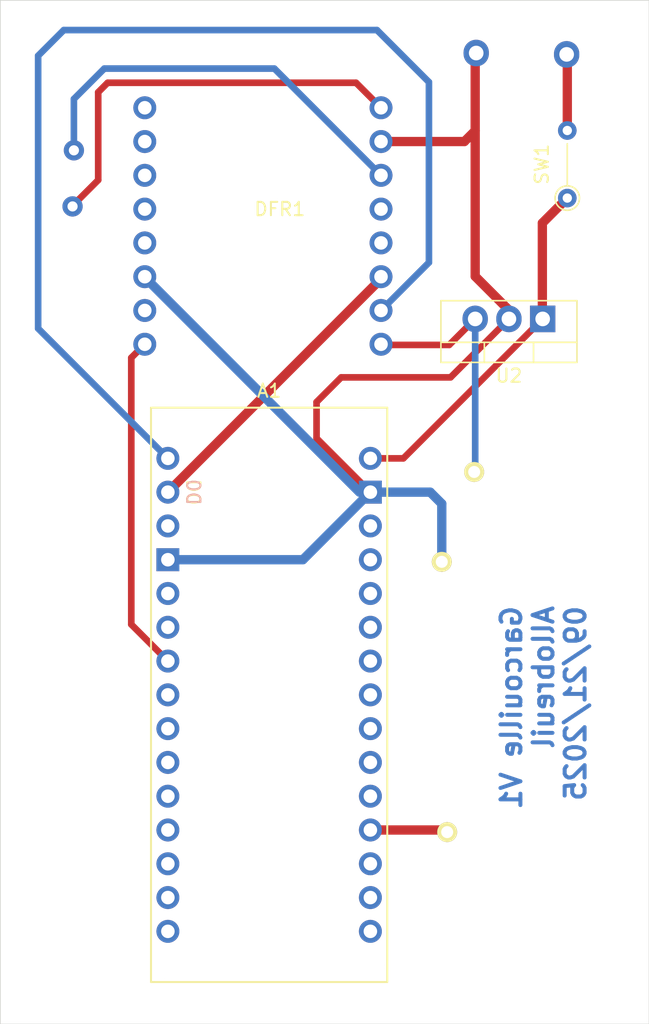
<source format=kicad_pcb>
(kicad_pcb (version 20241229) (generator "pcbnew") (generator_version "9.0")
  (layers (0 "F.Cu" signal) (2 "B.Cu" signal) (13 "F.Paste" user) (15 "B.Paste" user) (5 "F.SilkS" user "F.Silkscreen") (7 "B.SilkS" user "B.Silkscreen") (1 "F.Mask" user) (3 "B.Mask" user) (25 "Edge.Cuts" user))
  (net 0 "")
  (net 2 "Net-(A1-D0{slash}RX)")
  (net 5 "GND")
  (net 8 "Net-(A1-D1{slash}TX)")
  (net 21 "Net-(DFR1-BUSY)")
  (net 28 "unconnected-(DFR1-USB--Pad15)")
  (net 36 "Net-(DFR1-SPK1)")
  (net 38 "Net-(SR1-OUT)")
  (net 39 "+9V")
  (net 40 "Net-(SW1-C)")
  (net 41 "Net-(DFR1-VCC)")
  (net 42 "Net-(DFR1-SPK2)")
  (footprint "Resistor_THT:R_Axial_DIN0204_L3.6mm_D1.6mm_P5.08mm_Vertical" (layer "F.Cu") (at 143 54.49 90)
    (property "Reference" "SW1" (at 2.54 -1.92 90) (layer "F.SilkS"))
    (property "Value" "SW_Nidec_CAS-120A1")
    (fp_line (start 0.92 0) (end 4.08 0) (stroke (width 0.12)) (layer "F.SilkS"))
    (fp_circle (center 0 0) (end 0.92 0) (stroke (width 0.12)) (fill no) (layer "F.SilkS"))
    (pad "1" thru_hole circle (at 0 0 90) (size 1.4 1.4) (drill 0.7) (layers "*.Cu" "*.Mask") (net 40 "Net-(SW1-C)"))
    (pad "2" thru_hole oval (at 5.08 0 90) (size 1.4 1.4) (drill 0.7) (layers "*.Cu" "*.Mask") (net 39 "+9V"))
  )
  (footprint "" (layer "F.Cu") (at 136.144 43.5864)
    (property "Reference" "" (at 0 0 0) (layer "F.SilkS") (effects (font (size 1.27 1.27))))
    (property "Value" "")
    (pad "3" thru_hole oval (at 0 0 180) (size 1.905 2) (drill 1.1) (layers "*.Cu" "*.Mask") (net 5 "GND"))
  )
  (footprint "" (layer "F.Cu") (at 105.7656 55.118)
    (property "Reference" "" (at 0 0 0) (layer "F.SilkS") (effects (font (size 1.27 1.27))))
    (property "Value" "")
    (pad "8" thru_hole circle (at 0 0) (size 1.524 1.524) (drill 0.762) (layers "*.Cu" "*.Mask") (net 42 "Net-(DFR1-SPK2)"))
  )
  (footprint "" (layer "F.Cu") (at 135.9916 75.0824)
    (property "Reference" "" (at 0 0 0) (layer "F.SilkS") (effects (font (size 1.27 1.27))))
    (property "Value" "")
    (pad "3" thru_hole circle (at 0 0 90) (size 1.5 1.5) (drill 0.9) (layers "*.Cu" "*.Mask" "F.SilkS") (net 41 "Net-(DFR1-VCC)"))
  )
  (footprint "Package_TO_SOT_THT:TO-220-3_Vertical" (layer "F.Cu") (at 141.1478 63.5762 180)
    (property "Reference" "U2" (at 2.54 -4.27 0) (layer "F.SilkS"))
    (property "Value" "LM7805_TO220")
    (fp_line (start 7.66 -3.27) (end 7.66 1.371) (stroke (width 0.12)) (layer "F.SilkS"))
    (fp_line (start 4.391 -3.27) (end 4.391 -1.76) (stroke (width 0.12)) (layer "F.SilkS"))
    (fp_line (start 0.69 -3.27) (end 0.69 -1.76) (stroke (width 0.12)) (layer "F.SilkS"))
    (fp_line (start -2.58 1.371) (end 7.66 1.371) (stroke (width 0.12)) (layer "F.SilkS"))
    (fp_line (start -2.58 -1.76) (end 7.66 -1.76) (stroke (width 0.12)) (layer "F.SilkS"))
    (fp_line (start -2.58 -3.27) (end 7.66 -3.27) (stroke (width 0.12)) (layer "F.SilkS"))
    (fp_line (start -2.58 -3.27) (end -2.58 1.371) (stroke (width 0.12)) (layer "F.SilkS"))
    (pad "1" thru_hole rect (at 0 0 180) (size 1.905 2) (drill 1.1) (layers "*.Cu" "*.Mask") (net 40 "Net-(SW1-C)"))
    (pad "2" thru_hole oval (at 2.54 0 180) (size 1.905 2) (drill 1.1) (layers "*.Cu" "*.Mask") (net 5 "GND"))
    (pad "3" thru_hole oval (at 5.08 0 180) (size 1.905 2) (drill 1.1) (layers "*.Cu" "*.Mask") (net 41 "Net-(DFR1-VCC)"))
  )
  (footprint "" (layer "F.Cu") (at 142.9512 43.688)
    (property "Reference" "" (at 0 0 0) (layer "F.SilkS") (effects (font (size 1.27 1.27))))
    (property "Value" "")
    (pad "3" thru_hole oval (at 0 0 180) (size 1.905 2) (drill 1.1) (layers "*.Cu" "*.Mask") (net 39 "+9V"))
  )
  (footprint "PCM_arduino-library:Arduino_Nano_ESP32_Socket" (layer "F.Cu") (at 120.56 113.43)
    (property "Reference" "A1" (at 0 -44.45 0) (layer "F.SilkS"))
    (property "Value" "Arduino_Nano_ESP32_Socket")
    (fp_line (start -8.89 -43.18) (end -8.89 0) (stroke (width 0.15)) (layer "F.SilkS"))
    (fp_line (start -8.89 -43.18) (end 8.89 -43.18) (stroke (width 0.15)) (layer "F.SilkS"))
    (fp_line (start -8.89 0) (end 8.89 0) (stroke (width 0.15)) (layer "F.SilkS"))
    (fp_line (start 8.89 -43.18) (end 8.89 0) (stroke (width 0.15)) (layer "F.SilkS"))
    (fp_text user "D0" (at -5.715 -36.83 270) (layer "F.SilkS"))
    (fp_text user "D0" (at -5.715 -36.83 270) (layer "B.SilkS") (effects (justify mirror)))
    (pad "" np_thru_hole circle (at -7.62 -41.91) (size 1.8 1.8) (drill 1.8) (layers "*.Cu" "*.Mask"))
    (pad "" np_thru_hole circle (at -7.62 -1.27) (size 1.8 1.8) (drill 1.8) (layers "*.Cu" "*.Mask"))
    (pad "" np_thru_hole circle (at 7.62 -41.91) (size 1.8 1.8) (drill 1.8) (layers "*.Cu" "*.Mask"))
    (pad "" np_thru_hole circle (at 7.62 -1.27) (size 1.8 1.8) (drill 1.8) (layers "*.Cu" "*.Mask"))
    (pad "3V3" thru_hole circle (at 7.62 -6.35) (size 1.7272 1.7272) (drill 1.016) (layers "*.Cu" "*.Mask"))
    (pad "5V" thru_hole circle (at 7.62 -31.75) (size 1.7272 1.7272) (drill 1.016) (layers "*.Cu" "*.Mask"))
    (pad "A0" thru_hole circle (at 7.62 -11.43) (size 1.7272 1.7272) (drill 1.016) (layers "*.Cu" "*.Mask") (net 38 "Net-(SR1-OUT)"))
    (pad "A1" thru_hole circle (at 7.62 -13.97) (size 1.7272 1.7272) (drill 1.016) (layers "*.Cu" "*.Mask"))
    (pad "A2" thru_hole circle (at 7.62 -16.51) (size 1.7272 1.7272) (drill 1.016) (layers "*.Cu" "*.Mask"))
    (pad "A3" thru_hole circle (at 7.62 -19.05) (size 1.7272 1.7272) (drill 1.016) (layers "*.Cu" "*.Mask"))
    (pad "A4" thru_hole circle (at 7.62 -21.59) (size 1.7272 1.7272) (drill 1.016) (layers "*.Cu" "*.Mask"))
    (pad "A5" thru_hole circle (at 7.62 -24.13) (size 1.7272 1.7272) (drill 1.016) (layers "*.Cu" "*.Mask"))
    (pad "A6" thru_hole circle (at 7.62 -26.67) (size 1.7272 1.7272) (drill 1.016) (layers "*.Cu" "*.Mask"))
    (pad "A7" thru_hole circle (at 7.62 -29.21) (size 1.7272 1.7272) (drill 1.016) (layers "*.Cu" "*.Mask"))
    (pad "B0" thru_hole circle (at 7.62 -8.89) (size 1.7272 1.7272) (drill 1.016) (layers "*.Cu" "*.Mask"))
    (pad "B1" thru_hole circle (at 7.62 -34.29) (size 1.7272 1.7272) (drill 1.016) (layers "*.Cu" "*.Mask"))
    (pad "D0" thru_hole circle (at -7.62 -36.83) (size 1.7272 1.7272) (drill 1.016) (layers "*.Cu" "*.Mask") (net 2 "Net-(A1-D0{slash}RX)"))
    (pad "D1" thru_hole circle (at -7.62 -39.37) (size 1.7272 1.7272) (drill 1.016) (layers "*.Cu" "*.Mask") (net 8 "Net-(A1-D1{slash}TX)"))
    (pad "D2" thru_hole circle (at -7.62 -29.21) (size 1.7272 1.7272) (drill 1.016) (layers "*.Cu" "*.Mask"))
    (pad "D3" thru_hole circle (at -7.62 -26.67) (size 1.7272 1.7272) (drill 1.016) (layers "*.Cu" "*.Mask"))
    (pad "D4" thru_hole circle (at -7.62 -24.13) (size 1.7272 1.7272) (drill 1.016) (layers "*.Cu" "*.Mask") (net 21 "Net-(DFR1-BUSY)"))
    (pad "D5" thru_hole circle (at -7.62 -21.59) (size 1.7272 1.7272) (drill 1.016) (layers "*.Cu" "*.Mask"))
    (pad "D6" thru_hole circle (at -7.62 -19.05) (size 1.7272 1.7272) (drill 1.016) (layers "*.Cu" "*.Mask"))
    (pad "D7" thru_hole circle (at -7.62 -16.51) (size 1.7272 1.7272) (drill 1.016) (layers "*.Cu" "*.Mask"))
    (pad "D8" thru_hole circle (at -7.62 -13.97) (size 1.7272 1.7272) (drill 1.016) (layers "*.Cu" "*.Mask"))
    (pad "D9" thru_hole circle (at -7.62 -11.43) (size 1.7272 1.7272) (drill 1.016) (layers "*.Cu" "*.Mask"))
    (pad "D10" thru_hole circle (at -7.62 -8.89) (size 1.7272 1.7272) (drill 1.016) (layers "*.Cu" "*.Mask"))
    (pad "D11" thru_hole circle (at -7.62 -6.35) (size 1.7272 1.7272) (drill 1.016) (layers "*.Cu" "*.Mask"))
    (pad "D12" thru_hole circle (at -7.62 -3.81) (size 1.7272 1.7272) (drill 1.016) (layers "*.Cu" "*.Mask"))
    (pad "D13" thru_hole circle (at 7.62 -3.81) (size 1.7272 1.7272) (drill 1.016) (layers "*.Cu" "*.Mask"))
    (pad "GND1" thru_hole rect (at -7.62 -31.75) (size 1.7272 1.7272) (drill 1.016) (layers "*.Cu" "*.Mask") (net 5 "GND"))
    (pad "GND2" thru_hole rect (at 7.62 -36.83) (size 1.7272 1.7272) (drill 1.016) (layers "*.Cu" "*.Mask") (net 5 "GND"))
    (pad "RST" thru_hole circle (at -7.62 -34.29) (size 1.7272 1.7272) (drill 1.016) (layers "*.Cu" "*.Mask"))
    (pad "VIN" thru_hole circle (at 7.62 -39.37) (size 1.7272 1.7272) (drill 1.016) (layers "*.Cu" "*.Mask") (net 40 "Net-(SW1-C)"))
  )
  (footprint "Arduino_Nano:DFPlayer" (layer "F.Cu") (at 121.3612 65.4812 180)
    (property "Reference" "DFR1" (at 0 10.16 0) (layer "F.SilkS"))
    (property "Value" "~")
    (pad "1" thru_hole circle (at -7.62 0 180) (size 1.7272 1.7272) (drill 1.016) (layers "*.Cu" "*.Mask") (net 41 "Net-(DFR1-VCC)"))
    (pad "2" thru_hole circle (at -7.62 2.54 180) (size 1.7272 1.7272) (drill 1.016) (layers "*.Cu" "*.Mask") (net 8 "Net-(A1-D1{slash}TX)"))
    (pad "3" thru_hole circle (at -7.62 5.08 180) (size 1.7272 1.7272) (drill 1.016) (layers "*.Cu" "*.Mask") (net 2 "Net-(A1-D0{slash}RX)"))
    (pad "4" thru_hole circle (at -7.62 7.62 180) (size 1.7272 1.7272) (drill 1.016) (layers "*.Cu" "*.Mask"))
    (pad "5" thru_hole circle (at -7.62 10.16 180) (size 1.7272 1.7272) (drill 1.016) (layers "*.Cu" "*.Mask"))
    (pad "6" thru_hole circle (at -7.62 12.7 180) (size 1.7272 1.7272) (drill 1.016) (layers "*.Cu" "*.Mask") (net 36 "Net-(DFR1-SPK1)"))
    (pad "7" thru_hole circle (at -7.62 15.24 180) (size 1.7272 1.7272) (drill 1.016) (layers "*.Cu" "*.Mask") (net 5 "GND"))
    (pad "8" thru_hole circle (at -7.62 17.78 180) (size 1.7272 1.7272) (drill 1.016) (layers "*.Cu" "*.Mask") (net 42 "Net-(DFR1-SPK2)"))
    (pad "9" thru_hole circle (at 10.16 17.78 180) (size 1.7272 1.7272) (drill 1.016) (layers "*.Cu" "*.Mask"))
    (pad "10" thru_hole circle (at 10.16 15.24 180) (size 1.7272 1.7272) (drill 1.016) (layers "*.Cu" "*.Mask"))
    (pad "11" thru_hole circle (at 10.16 12.7 180) (size 1.7272 1.7272) (drill 1.016) (layers "*.Cu" "*.Mask"))
    (pad "12" thru_hole circle (at 10.16 10.16 180) (size 1.7272 1.7272) (drill 1.016) (layers "*.Cu" "*.Mask"))
    (pad "13" thru_hole circle (at 10.16 7.62 180) (size 1.7272 1.7272) (drill 1.016) (layers "*.Cu" "*.Mask"))
    (pad "14" thru_hole circle (at 10.16 5.08 180) (size 1.7272 1.7272) (drill 1.016) (layers "*.Cu" "*.Mask"))
    (pad "15" thru_hole circle (at 10.16 2.54 180) (size 1.7272 1.7272) (drill 1.016) (layers "*.Cu" "*.Mask") (net 28 "unconnected-(DFR1-USB--Pad15)"))
    (pad "16" thru_hole circle (at 10.16 0 180) (size 1.7272 1.7272) (drill 1.016) (layers "*.Cu" "*.Mask") (net 21 "Net-(DFR1-BUSY)"))
  )
  (footprint "" (layer "F.Cu") (at 133.5532 81.8388)
    (property "Reference" "" (at 0 0 0) (layer "F.SilkS") (effects (font (size 1.27 1.27))))
    (property "Value" "")
    (pad "1" thru_hole circle (at 0 0 90) (size 1.5 1.5) (drill 0.9) (layers "*.Cu" "*.Mask" "F.SilkS") (net 5 "GND"))
  )
  (footprint "" (layer "F.Cu") (at 133.9596 102.1588)
    (property "Reference" "" (at 0 0 0) (layer "F.SilkS") (effects (font (size 1.27 1.27))))
    (property "Value" "")
    (pad "2" thru_hole circle (at 0 0 90) (size 1.5 1.5) (drill 0.9) (layers "*.Cu" "*.Mask" "F.SilkS") (net 38 "Net-(SR1-OUT)"))
  )
  (footprint "" (layer "F.Cu") (at 105.8672 50.9016)
    (property "Reference" "" (at 0 0 0) (layer "F.SilkS") (effects (font (size 1.27 1.27))))
    (property "Value" "")
    (pad "6" thru_hole circle (at 0 0) (size 1.524 1.524) (drill 0.762) (layers "*.Cu" "*.Mask") (net 36 "Net-(DFR1-SPK1)"))
  )
  (gr_rect (start 100.33 39.624) (end 149.1488 116.586) (stroke (width 0.05)) (fill no) (layer "Edge.Cuts"))
  (gr_text "Garcouille V1\nAllobreuil\n09/21/2025" (at 144.5 85 90) (layer "B.Cu") (effects (font (size 1.5 1.5) (thickness 0.3) (bold yes)) (justify left bottom mirror)))
  (segment (start 128.9812 60.5588) (end 128.9812 60.4012) (width 0.5) (layer "F.Cu") (net 2))
  (segment (start 112.94 76.6) (end 128.9812 60.5588) (width 0.7) (layer "F.Cu") (net 2))
  (segment (start 136.0678 49.4284) (end 136.0678 43.6626) (width 0.7) (layer "F.Cu") (net 5))
  (segment (start 136.0678 43.6626) (end 136.144 43.5864) (width 0.2) (layer "F.Cu") (net 5))
  (segment (start 135.255 50.2412) (end 128.9812 50.2412) (width 0.7) (layer "F.Cu") (net 5))
  (segment (start 136.0678 60.3758) (end 136.0678 49.4284) (width 0.7) (layer "F.Cu") (net 5))
  (segment (start 128.18 76.6) (end 127.36 76.6) (width 0.2) (layer "F.Cu") (net 5))
  (segment (start 138.6332 62.9412) (end 136.0678 60.3758) (width 0.7) (layer "F.Cu") (net 5))
  (segment (start 138.6078 63.5762) (end 134.2136 67.9704) (width 0.5) (layer "F.Cu") (net 5))
  (segment (start 125.984 67.9704) (end 124.1298 69.8246) (width 0.5) (layer "F.Cu") (net 5))
  (segment (start 136.0678 49.4284) (end 135.255 50.2412) (width 0.7) (layer "F.Cu") (net 5))
  (segment (start 134.2136 67.9704) (end 125.984 67.9704) (width 0.5) (layer "F.Cu") (net 5))
  (segment (start 124.1298 72.5498) (end 128.18 76.6) (width 0.5) (layer "F.Cu") (net 5))
  (segment (start 124.1298 69.8246) (end 124.1298 72.5498) (width 0.5) (layer "F.Cu") (net 5))
  (segment (start 135.636 43.5864) (end 136.144 43.5864) (width 0.2) (layer "F.Cu") (net 5))
  (segment (start 112.94 81.68) (end 123.1 81.68) (width 0.7) (layer "B.Cu") (net 5))
  (segment (start 123.1 81.68) (end 128.18 76.6) (width 0.7) (layer "B.Cu") (net 5))
  (segment (start 133.5532 81.9732) (end 133.5532 77.47) (width 0.7) (layer "B.Cu") (net 5))
  (segment (start 133.5532 77.47) (end 132.6832 76.6) (width 0.7) (layer "B.Cu") (net 5))
  (segment (start 111.0588 60.4012) (end 111.11 60.35) (width 0.2) (layer "B.Cu") (net 5))
  (segment (start 132.6832 76.6) (end 128.18 76.6) (width 0.7) (layer "B.Cu") (net 5))
  (segment (start 127.36 76.6) (end 111.11 60.35) (width 0.7) (layer "B.Cu") (net 5))
  (segment (start 112.94 74.06) (end 113.392 74.06) (width 0.5) (layer "F.Cu") (net 8))
  (segment (start 128.6764 41.8592) (end 132.588 45.7708) (width 0.5) (layer "B.Cu") (net 8))
  (segment (start 132.588 45.7708) (end 132.588 59.3344) (width 0.5) (layer "B.Cu") (net 8))
  (segment (start 103.1748 43.7896) (end 105.1052 41.8592) (width 0.5) (layer "B.Cu") (net 8))
  (segment (start 112.94 74.06) (end 103.1748 64.2948) (width 0.5) (layer "B.Cu") (net 8))
  (segment (start 132.588 59.3344) (end 128.9812 62.9412) (width 0.5) (layer "B.Cu") (net 8))
  (segment (start 105.1052 41.8592) (end 128.6764 41.8592) (width 0.5) (layer "B.Cu") (net 8))
  (segment (start 103.1748 64.2948) (end 103.1748 43.7896) (width 0.5) (layer "B.Cu") (net 8))
  (segment (start 110.1852 86.5452) (end 110.1852 66.4972) (width 0.5) (layer "F.Cu") (net 21))
  (segment (start 112.94 89.3) (end 110.1852 86.5452) (width 0.5) (layer "F.Cu") (net 21))
  (segment (start 110.1852 66.4972) (end 111.2012 65.4812) (width 0.5) (layer "F.Cu") (net 21))
  (segment (start 111.11 62.89) (end 111.0596 62.8396) (width 0.5) (layer "B.Cu") (net 28))
  (segment (start 105.8672 47.0408) (end 105.8672 50.9016) (width 0.5) (layer "B.Cu") (net 36))
  (segment (start 120.9548 44.7548) (end 108.1532 44.7548) (width 0.5) (layer "B.Cu") (net 36))
  (segment (start 108.1532 44.7548) (end 105.8672 47.0408) (width 0.5) (layer "B.Cu") (net 36))
  (segment (start 128.9812 52.7812) (end 120.9548 44.7548) (width 0.5) (layer "B.Cu") (net 36))
  (segment (start 133.9596 102.1588) (end 133.8008 102) (width 0.7) (layer "F.Cu") (net 38))
  (segment (start 133.8008 102) (end 128.18 102) (width 0.7) (layer "F.Cu") (net 38))
  (segment (start 143 49.2456) (end 143 43.7368) (width 0.7) (layer "F.Cu") (net 39))
  (segment (start 143 43.7368) (end 142.9512 43.688) (width 0.7) (layer "F.Cu") (net 39))
  (segment (start 142.9004 49.3452) (end 143 49.2456) (width 0.7) (layer "F.Cu") (net 39))
  (segment (start 141.1224 56.3676) (end 141.1224 63.5508) (width 0.7) (layer "F.Cu") (net 40))
  (segment (start 143 54.49) (end 141.1224 56.3676) (width 0.7) (layer "F.Cu") (net 40))
  (segment (start 141.1224 63.5508) (end 141.1478 63.5762) (width 0.7) (layer "F.Cu") (net 40))
  (segment (start 141.1478 63.5762) (end 130.664 74.06) (width 0.5) (layer "F.Cu") (net 40))
  (segment (start 140.6678 63.0962) (end 141.1478 63.5762) (width 0.7) (layer "F.Cu") (net 40))
  (segment (start 130.664 74.06) (end 128.18 74.06) (width 0.5) (layer "F.Cu") (net 40))
  (segment (start 134.112 65.532) (end 135.692 63.952) (width 0.5) (layer "F.Cu") (net 41))
  (segment (start 129.032 65.532) (end 134.112 65.532) (width 0.5) (layer "F.Cu") (net 41))
  (segment (start 136.0678 63.5762) (end 135.692 63.952) (width 0.2) (layer "F.Cu") (net 41))
  (segment (start 136.0678 63.5762) (end 136.0678 75.1586) (width 0.5) (layer "B.Cu") (net 41))
  (segment (start 108.4072 45.8216) (end 107.696 46.5328) (width 0.5) (layer "F.Cu") (net 42))
  (segment (start 128.9812 47.7012) (end 127.1016 45.8216) (width 0.5) (layer "F.Cu") (net 42))
  (segment (start 107.696 53.1368) (end 105.7656 55.0672) (width 0.5) (layer "F.Cu") (net 42))
  (segment (start 107.696 46.5328) (end 107.696 53.1368) (width 0.5) (layer "F.Cu") (net 42))
  (segment (start 127.1016 45.8216) (end 108.4072 45.8216) (width 0.5) (layer "F.Cu") (net 42))
  (segment (start 105.7656 55.0672) (end 105.7656 55.118) (width 0.5) (layer "F.Cu") (net 42))
)
</source>
